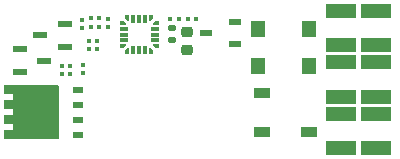
<source format=gbr>
%TF.GenerationSoftware,KiCad,Pcbnew,9.0.2*%
%TF.CreationDate,2025-07-09T21:54:35+02:00*%
%TF.ProjectId,drone_controller,64726f6e-655f-4636-9f6e-74726f6c6c65,rev?*%
%TF.SameCoordinates,Original*%
%TF.FileFunction,Paste,Top*%
%TF.FilePolarity,Positive*%
%FSLAX46Y46*%
G04 Gerber Fmt 4.6, Leading zero omitted, Abs format (unit mm)*
G04 Created by KiCad (PCBNEW 9.0.2) date 2025-07-09 21:54:35*
%MOMM*%
%LPD*%
G01*
G04 APERTURE LIST*
G04 Aperture macros list*
%AMRoundRect*
0 Rectangle with rounded corners*
0 $1 Rounding radius*
0 $2 $3 $4 $5 $6 $7 $8 $9 X,Y pos of 4 corners*
0 Add a 4 corners polygon primitive as box body*
4,1,4,$2,$3,$4,$5,$6,$7,$8,$9,$2,$3,0*
0 Add four circle primitives for the rounded corners*
1,1,$1+$1,$2,$3*
1,1,$1+$1,$4,$5*
1,1,$1+$1,$6,$7*
1,1,$1+$1,$8,$9*
0 Add four rect primitives between the rounded corners*
20,1,$1+$1,$2,$3,$4,$5,0*
20,1,$1+$1,$4,$5,$6,$7,0*
20,1,$1+$1,$6,$7,$8,$9,0*
20,1,$1+$1,$8,$9,$2,$3,0*%
%AMFreePoly0*
4,1,6,0.325000,0.000000,0.325000,-0.150000,-0.175000,-0.150000,-0.175000,0.150000,0.175000,0.150000,0.325000,0.000000,0.325000,0.000000,$1*%
%AMFreePoly1*
4,1,6,0.325000,0.000000,0.175000,-0.150000,-0.175000,-0.150000,-0.175000,0.150000,0.325000,0.150000,0.325000,0.000000,0.325000,0.000000,$1*%
%AMFreePoly2*
4,1,6,0.150000,-0.175000,-0.150000,-0.175000,-0.150000,0.175000,0.000000,0.325000,0.150000,0.325000,0.150000,-0.175000,0.150000,-0.175000,$1*%
%AMFreePoly3*
4,1,6,0.150000,0.175000,0.150000,-0.175000,-0.150000,-0.175000,-0.150000,0.325000,0.000000,0.325000,0.150000,0.175000,0.150000,0.175000,$1*%
%AMFreePoly4*
4,1,6,0.175000,-0.150000,-0.175000,-0.150000,-0.325000,0.000000,-0.325000,0.150000,0.175000,0.150000,0.175000,-0.150000,0.175000,-0.150000,$1*%
%AMFreePoly5*
4,1,7,0.175000,-0.150000,-0.175000,-0.150000,-0.325000,-0.150000,-0.325000,0.000000,-0.175000,0.150000,0.175000,0.150000,0.175000,-0.150000,0.175000,-0.150000,$1*%
%AMFreePoly6*
4,1,6,0.150000,-0.175000,0.000000,-0.325000,-0.150000,-0.325000,-0.150000,0.175000,0.150000,0.175000,0.150000,-0.175000,0.150000,-0.175000,$1*%
%AMFreePoly7*
4,1,6,0.150000,-0.325000,0.000000,-0.325000,-0.150000,-0.175000,-0.150000,0.175000,0.150000,0.175000,0.150000,-0.325000,0.150000,-0.325000,$1*%
%AMFreePoly8*
4,1,37,-1.574645,2.715355,-1.560000,2.680000,-1.560000,1.930000,-0.990000,1.930000,-0.990000,2.680000,-0.975355,2.715355,-0.940000,2.730000,-0.340000,2.730000,-0.304645,2.715355,-0.290000,2.680000,-0.290000,1.930000,0.280000,1.930000,0.280000,2.680000,0.294645,2.715355,0.330000,2.730000,0.930000,2.730000,0.965355,2.715355,0.980000,2.680000,0.980000,1.930000,1.550000,1.930000,
1.550000,2.680000,1.564645,2.715355,1.600000,2.730000,2.200000,2.730000,2.235355,2.715355,2.250000,2.680000,2.250000,-1.870000,2.235355,-1.905355,2.200000,-1.920000,-2.210000,-1.920000,-2.245355,-1.905355,-2.260000,-1.870000,-2.260000,2.680000,-2.245355,2.715355,-2.210000,2.730000,-1.610000,2.730000,-1.574645,2.715355,-1.574645,2.715355,$1*%
G04 Aperture macros list end*
%ADD10R,1.250000X0.600000*%
%ADD11R,2.500000X1.200000*%
%ADD12R,1.300000X1.400000*%
%ADD13R,1.425000X0.950000*%
%ADD14R,1.425000X0.880000*%
%ADD15R,1.450000X0.930000*%
%ADD16RoundRect,0.079500X0.079500X0.100500X-0.079500X0.100500X-0.079500X-0.100500X0.079500X-0.100500X0*%
%ADD17RoundRect,0.079500X0.100500X-0.079500X0.100500X0.079500X-0.100500X0.079500X-0.100500X-0.079500X0*%
%ADD18RoundRect,0.225000X0.250000X-0.225000X0.250000X0.225000X-0.250000X0.225000X-0.250000X-0.225000X0*%
%ADD19R,1.070000X0.600000*%
%ADD20RoundRect,0.079500X-0.100500X0.079500X-0.100500X-0.079500X0.100500X-0.079500X0.100500X0.079500X0*%
%ADD21FreePoly0,180.000000*%
%ADD22R,0.700000X0.300000*%
%ADD23FreePoly1,180.000000*%
%ADD24FreePoly2,180.000000*%
%ADD25R,0.300000X0.700000*%
%ADD26FreePoly3,180.000000*%
%ADD27FreePoly4,180.000000*%
%ADD28FreePoly5,180.000000*%
%ADD29FreePoly6,180.000000*%
%ADD30FreePoly7,180.000000*%
%ADD31RoundRect,0.079500X-0.079500X-0.100500X0.079500X-0.100500X0.079500X0.100500X-0.079500X0.100500X0*%
%ADD32RoundRect,0.140000X0.170000X-0.140000X0.170000X0.140000X-0.170000X0.140000X-0.170000X-0.140000X0*%
%ADD33R,0.900000X0.500000*%
%ADD34FreePoly8,90.000000*%
G04 APERTURE END LIST*
D10*
%TO.C,Q3*%
X141615000Y-106855000D03*
X141615000Y-104945000D03*
X139515000Y-105900000D03*
%TD*%
D11*
%TO.C,C4*%
X164945000Y-103850000D03*
X164950000Y-106750000D03*
%TD*%
D12*
%TO.C,LED1*%
X157900000Y-105375000D03*
X157900000Y-108525000D03*
X162300000Y-108525000D03*
X162300000Y-105375000D03*
%TD*%
D11*
%TO.C,C6*%
X167895000Y-103850000D03*
X167900000Y-106750000D03*
%TD*%
D13*
%TO.C,BUZZER1*%
X158260000Y-114075000D03*
D14*
X162235000Y-114110000D03*
D15*
X158272500Y-110765000D03*
%TD*%
D10*
%TO.C,Q2*%
X137765000Y-107095000D03*
X137765000Y-109005000D03*
X139865000Y-108050000D03*
%TD*%
D11*
%TO.C,C7*%
X164955000Y-111100000D03*
X164950000Y-108200000D03*
%TD*%
D16*
%TO.C,R9*%
X144285000Y-106350000D03*
X143595000Y-106350000D03*
%TD*%
%TO.C,R5*%
X152670000Y-104480000D03*
X151980000Y-104480000D03*
%TD*%
D11*
%TO.C,C9*%
X164945000Y-112550000D03*
X164950000Y-115450000D03*
%TD*%
D17*
%TO.C,R6*%
X143010000Y-105305000D03*
X143010000Y-104615000D03*
%TD*%
D18*
%TO.C,C2*%
X151920000Y-107155000D03*
X151920000Y-105605000D03*
%TD*%
D19*
%TO.C,U4*%
X155990000Y-106650000D03*
X155990000Y-104750000D03*
X153510000Y-105700000D03*
%TD*%
D20*
%TO.C,R10*%
X145210000Y-104485000D03*
X145210000Y-105175000D03*
%TD*%
D21*
%TO.C,U3*%
X149367499Y-106837500D03*
D22*
X149192499Y-106337500D03*
X149192499Y-105837501D03*
X149192499Y-105337500D03*
D23*
X149367499Y-104837500D03*
D24*
X148892499Y-104362500D03*
D25*
X148392499Y-104537500D03*
X147892500Y-104537500D03*
X147392499Y-104537500D03*
D26*
X146892499Y-104362500D03*
D27*
X146417499Y-104837500D03*
D22*
X146592499Y-105337500D03*
X146592499Y-105837499D03*
X146592499Y-106337500D03*
D28*
X146417499Y-106837500D03*
D29*
X146892499Y-107312500D03*
D25*
X147392499Y-107137500D03*
X147892498Y-107137500D03*
X148392499Y-107137500D03*
D30*
X148892499Y-107312500D03*
%TD*%
D31*
%TO.C,R4*%
X143785000Y-104440000D03*
X144475000Y-104440000D03*
%TD*%
%TO.C,R2*%
X141355000Y-108500000D03*
X142045000Y-108500000D03*
%TD*%
D32*
%TO.C,C3*%
X150640000Y-106270000D03*
X150640000Y-105310000D03*
%TD*%
D11*
%TO.C,C5*%
X167895000Y-112550000D03*
X167900000Y-115450000D03*
%TD*%
D20*
%TO.C,R1*%
X143100000Y-108405000D03*
X143100000Y-109095000D03*
%TD*%
D16*
%TO.C,R7*%
X151220000Y-104480000D03*
X150530000Y-104480000D03*
%TD*%
D31*
%TO.C,R11*%
X143600000Y-107090000D03*
X144290000Y-107090000D03*
%TD*%
D33*
%TO.C,Q1*%
X142715000Y-114300000D03*
X142715000Y-113030000D03*
X142715000Y-111760000D03*
X142715000Y-110490000D03*
D34*
X139165000Y-112400000D03*
%TD*%
D16*
%TO.C,R8*%
X144485000Y-105180000D03*
X143795000Y-105180000D03*
%TD*%
D31*
%TO.C,R3*%
X141355000Y-109200000D03*
X142045000Y-109200000D03*
%TD*%
D11*
%TO.C,C8*%
X167905000Y-111100000D03*
X167900000Y-108200000D03*
%TD*%
M02*

</source>
